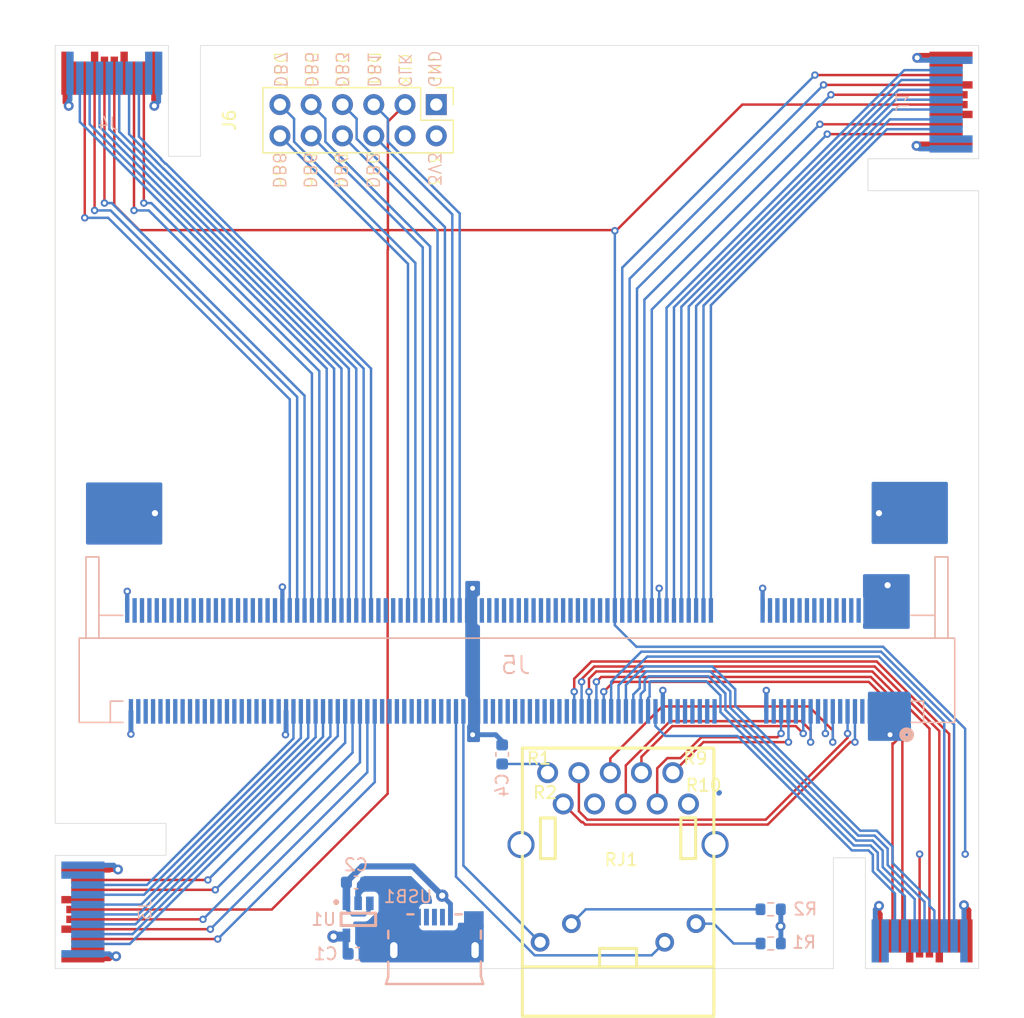
<source format=kicad_pcb>
(kicad_pcb (version 20241229) (generator "pcbnew") (generator_version "9.0")
  (layers (0 "F.Cu" signal) (4 "In1.Cu" signal) (6 "In2.Cu" signal) (2 "B.Cu" signal) (13 "F.Paste" user) (15 "B.Paste" user) (5 "F.SilkS" user "F.Silkscreen") (7 "B.SilkS" user "B.Silkscreen") (1 "F.Mask" user) (3 "B.Mask" user) (25 "Edge.Cuts" user))
  (net 0 "")
  (net 1 "GND")
  (net 2 "+3V3")
  (net 3 "+5V")
  (net 7 "Net-(RJ1-CT)")
  (net 122 "/ETH1_1P")
  (net 123 "/ETH1_1N")
  (net 124 "/ETH2_3P")
  (net 125 "/ETH1_2N")
  (net 126 "/ETH1_2P")
  (net 127 "/ETH2_1N")
  (net 128 "/ETH1_4N")
  (net 129 "/ETH2_2P")
  (net 130 "/ETH2_3N")
  (net 131 "/ETH1_3N")
  (net 132 "/ETH2_2N")
  (net 133 "/ETH2_1P")
  (net 134 "/ETH1_3P")
  (net 135 "/ETH2_4P")
  (net 136 "/ETH1_4P")
  (net 137 "/ETH2_4N")
  (net 138 "/M5")
  (net 139 "/M3")
  (net 140 "/M1")
  (net 141 "/M4")
  (net 142 "/M0")
  (net 143 "/M11")
  (net 144 "/M9")
  (net 145 "/CLK")
  (net 146 "/M10")
  (net 147 "/M7")
  (net 148 "/M6")
  (net 149 "/M8")
  (net 150 "/M2")
  (net 151 "/M19")
  (net 152 "/M13")
  (net 153 "/M14")
  (net 154 "/M20")
  (net 155 "/M18")
  (net 156 "/M15")
  (net 157 "/M23")
  (net 158 "/M16")
  (net 159 "/M22")
  (net 160 "/M21")
  (net 161 "/M12")
  (net 162 "/M17")
  (net 163 "/M35")
  (net 164 "/M25")
  (net 165 "/M34")
  (net 166 "/M24")
  (net 167 "/M27")
  (net 168 "/M29")
  (net 169 "/M32")
  (net 170 "/M30")
  (net 171 "/M26")
  (net 172 "/M28")
  (net 173 "/M31")
  (net 174 "/M33")
  (net 175 "/M45")
  (net 176 "/M43")
  (net 177 "/M46")
  (net 178 "/M39")
  (net 179 "/M44")
  (net 180 "/M41")
  (net 181 "/M36")
  (net 182 "/M38")
  (net 183 "/M47")
  (net 184 "/M40")
  (net 185 "/M37")
  (net 186 "/M42")
  (net 187 "/LED2")
  (net 188 "/LED1")
  (net 189 "Net-(RJ1-LED1+)")
  (net 190 "Net-(RJ1-LED2+)")
  (net 191 "/DBG3")
  (net 192 "/DBG4")
  (net 193 "/DBG1")
  (net 194 "/DBG2")
  (net 195 "/DBG7")
  (net 196 "/DBG5")
  (net 197 "/DBG8")
  (net 198 "/DBG6")
  (footprint "MountingHole:MountingHole_3.2mm_M3" (layer "F.Cu") (at 58.95 65.6)
    (property "Reference" "REF**" (hide yes))
    (property "Value" "MountingHole_3.2mm_M3")
  )
  (footprint "Connector_PinHeader_2.54mm:PinHeader_2x06_P2.54mm_Vertical" (layer "F.Cu") (at 30.95 4.8 -90)
    (property "Reference" "J6")
    (property "Value" "Test Points")
  )
  (footprint "Hub:Fingers_2x10" (layer "F.Cu") (at 75 0)
    (property "Reference" "J1")
    (property "Value" "Fingers")
  )
  (footprint "MountingHole:MountingHole_3.2mm_M3" (layer "F.Cu") (at 37.55 5)
    (property "Reference" "REF**" (hide yes))
    (property "Value" "MountingHole_3.2mm_M3")
  )
  (footprint "Hub:RJ45-TH_RB1-125B8G1A" (layer "F.Cu") (at 45.71 65.9725)
    (property "Reference" "RJ1")
    (property "Value" "RB1-125B8G1A")
  )
  (footprint "Hub:Fingers_2x10" (layer "F.Cu") (at 0 0 90)
    (property "Reference" "J4")
    (property "Value" "Fingers")
  )
  (footprint "Hub:Fingers_2x10" (layer "F.Cu") (at 75 75 -90)
    (property "Reference" "J2" (hide yes))
    (property "Value" "Fingers")
  )
  (footprint "Hub:Fingers_2x10" (layer "F.Cu") (at 0 75 180)
    (property "Reference" "J3")
    (property "Value" "Fingers")
  )
  (footprint "MountingHole:MountingHole_3.2mm_M3" (layer "F.Cu") (at 5 59.55)
    (property "Reference" "REF**" (hide yes))
    (property "Value" "MountingHole_3.2mm_M3")
  )
  (footprint "Capacitor_SMD:C_0603_1608Metric" (layer "B.Cu") (at 36.3 57.6 90)
    (property "Reference" "C4")
    (property "Value" "100n")
  )
  (footprint "Hub:MICRO-USB-SMD_10118193-0001LF" (layer "B.Cu") (at 30.8 72.16 180)
    (property "Reference" "USB1")
    (property "Value" "10118193-0001LF")
  )
  (footprint "Hub:TE_1473149-4" (layer "B.Cu") (at 37.5 50)
    (property "Reference" "J5")
    (property "Value" "1473149-4")
  )
  (footprint "Hub:SOT-25-5_L2.9-W1.6-P0.95-LS2.8-BL" (layer "B.Cu") (at 24.6 71)
    (property "Reference" "U1")
    (property "Value" "AP2112K-3.3TRG1")
  )
  (footprint "Capacitor_SMD:C_0603_1608Metric" (layer "B.Cu") (at 24.425 68 180)
    (property "Reference" "C2")
    (property "Value" "10u")
  )
  (footprint "Resistor_SMD:R_0603_1608Metric" (layer "B.Cu") (at 58.10381 70.184164 180)
    (property "Reference" "R2")
    (property "Value" "1K")
  )
  (footprint "Capacitor_SMD:C_0603_1608Metric" (layer "B.Cu") (at 24.565 73.8)
    (property "Reference" "C1")
    (property "Value" "10u")
  )
  (footprint "Resistor_SMD:R_0603_1608Metric" (layer "B.Cu") (at 58.108472 72.9625 180)
    (property "Reference" "R1")
    (property "Value" "1K")
  )
  (gr_line (start 66 9.2) (end 66 11.8) (stroke (width 0.05)) (layer "Edge.Cuts"))
  (gr_line (start 63.2 66) (end 63.2 75) (stroke (width 0.05)) (layer "Edge.Cuts"))
  (gr_line (start 11.8 0) (end 75 0) (stroke (width 0.05)) (layer "Edge.Cuts"))
  (gr_line (start 0 63.2) (end 0 0) (stroke (width 0.05)) (layer "Edge.Cuts"))
  (gr_line (start 75 9.2) (end 66 9.2) (stroke (width 0.05)) (layer "Edge.Cuts"))
  (gr_line (start 0 75) (end 0 65.8) (stroke (width 0.05)) (layer "Edge.Cuts"))
  (gr_line (start 11.8 9) (end 11.8 0) (stroke (width 0.05)) (layer "Edge.Cuts"))
  (gr_line (start 63.2 75) (end 0 75) (stroke (width 0.05)) (layer "Edge.Cuts"))
  (gr_line (start 75 0) (end 75 9.2) (stroke (width 0.05)) (layer "Edge.Cuts"))
  (gr_line (start 65.8 75) (end 65.8 66) (stroke (width 0.05)) (layer "Edge.Cuts"))
  (gr_line (start 75 11.8) (end 75 75) (stroke (width 0.05)) (layer "Edge.Cuts"))
  (gr_line (start 9.2 0) (end 9.2 9) (stroke (width 0.05)) (layer "Edge.Cuts"))
  (gr_line (start 9.2 9) (end 11.8 9) (stroke (width 0.05)) (layer "Edge.Cuts"))
  (gr_line (start 9 65.8) (end 9 63.2) (stroke (width 0.05)) (layer "Edge.Cuts"))
  (gr_line (start 9 63.2) (end 0 63.2) (stroke (width 0.05)) (layer "Edge.Cuts"))
  (gr_line (start 65.8 66) (end 63.2 66) (stroke (width 0.05)) (layer "Edge.Cuts"))
  (gr_line (start 0 65.8) (end 9 65.8) (stroke (width 0.05)) (layer "Edge.Cuts"))
  (gr_line (start 66 11.8) (end 75 11.8) (stroke (width 0.05)) (layer "Edge.Cuts"))
  (gr_line (start 75 75) (end 65.8 75) (stroke (width 0.05)) (layer "Edge.Cuts"))
  (gr_line (start 0 0) (end 9.2 0) (stroke (width 0.05)) (layer "Edge.Cuts"))
  (gr_text "DB1" (at 25.3 3.5 270) (layer "F.SilkS") (effects (font (size 1 1) (thickness 0.1)) (justify right bottom)))
  (gr_text "3V3" (at 30.2 8.6 270) (layer "F.SilkS") (effects (font (size 1 1) (thickness 0.1)) (justify left bottom)))
  (gr_text "DB3" (at 22.7 3.5 270) (layer "F.SilkS") (effects (font (size 1 1) (thickness 0.1)) (justify right bottom)))
  (gr_text "DB2" (at 25.2 8.6 270) (layer "F.SilkS") (effects (font (size 1 1) (thickness 0.1)) (justify left bottom)))
  (gr_text "DB5" (at 20.2 3.5 270) (layer "F.SilkS") (effects (font (size 1 1) (thickness 0.1)) (justify right bottom)))
  (gr_text "DB6" (at 20.1 8.6 270) (layer "F.SilkS") (effects (font (size 1 1) (thickness 0.1)) (justify left bottom)))
  (gr_text "DB8" (at 17.6 8.6 270) (layer "F.SilkS") (effects (font (size 1 1) (thickness 0.1)) (justify left bottom)))
  (gr_text "CLK" (at 27.8 3.5 270) (layer "F.SilkS") (effects (font (size 1 1) (thickness 0.1)) (justify right bottom)))
  (gr_text "DB4" (at 22.6 8.6 270) (layer "F.SilkS") (effects (font (size 1 1) (thickness 0.1)) (justify left bottom)))
  (gr_text "DB7\n" (at 17.7 3.5 270) (layer "F.SilkS") (effects (font (size 1 1) (thickness 0.1)) (justify right bottom)))
  (gr_text "GND" (at 30.2 3.5 270) (layer "F.SilkS") (effects (font (size 1 1) (thickness 0.1)) (justify right bottom)))
  (gr_text "DB5" (at 20.2 3.5 270) (layer "B.SilkS") (effects (font (size 1 1) (thickness 0.1)) (justify left bottom mirror)))
  (gr_text "DB1" (at 25.3 3.5 270) (layer "B.SilkS") (effects (font (size 1 1) (thickness 0.1)) (justify left bottom mirror)))
  (gr_text "DB8" (at 17.6 8.6 270) (layer "B.SilkS") (effects (font (size 1 1) (thickness 0.1)) (justify right bottom mirror)))
  (gr_text "DB2" (at 25.2 8.6 270) (layer "B.SilkS") (effects (font (size 1 1) (thickness 0.1)) (justify right bottom mirror)))
  (gr_text "DB4" (at 22.6 8.6 270) (layer "B.SilkS") (effects (font (size 1 1) (thickness 0.1)) (justify right bottom mirror)))
  (gr_text "3V3" (at 30.2 8.6 270) (layer "B.SilkS") (effects (font (size 1 1) (thickness 0.1)) (justify right bottom mirror)))
  (gr_text "DB3" (at 22.7 3.5 270) (layer "B.SilkS") (effects (font (size 1 1) (thickness 0.1)) (justify left bottom mirror)))
  (gr_text "DB7\n" (at 17.7 3.5 270) (layer "B.SilkS") (effects (font (size 1 1) (thickness 0.1)) (justify left bottom mirror)))
  (gr_text "CLK" (at 27.8 3.5 270) (layer "B.SilkS") (effects (font (size 1 1) (thickness 0.1)) (justify left bottom mirror)))
  (gr_text "DB6" (at 20.1 8.6 270) (layer "B.SilkS") (effects (font (size 1 1) (thickness 0.1)) (justify right bottom mirror)))
  (gr_text "GND" (at 30.2 3.5 270) (layer "B.SilkS") (effects (font (size 1 1) (thickness 0.1)) (justify left bottom mirror)))
  (segment (start 4.4 67) (end 2.25 67) (width 0.4) (layer "F.Cu") (net 1))
  (segment (start 8.05 4.45) (end 8 4.4) (width 0.4) (layer "F.Cu") (net 1))
  (segment (start 69.95 8.15) (end 70.1 8) (width 0.2) (layer "F.Cu") (net 1))
  (segment (start 67 70.575) (end 67 72.75) (width 0.4) (layer "F.Cu") (net 1))
  (segment (start 8 4.4) (end 8 2.25) (width 0.4) (layer "F.Cu") (net 1))
  (segment (start 70.1 8) (end 72.75 8) (width 0.4) (layer "F.Cu") (net 1))
  (segment (start 66.9 70.475) (end 67 70.575) (width 0.4) (layer "F.Cu") (net 1))
  (segment (start 4.45 66.95) (end 4.4 67) (width 0.4) (layer "F.Cu") (net 1))
  (segment (start 5.1 66.95) (end 4.45 66.95) (width 0.4) (layer "F.Cu") (net 1))
  (segment (start 66.9 69.9) (end 66.9 70.475) (width 0.4) (layer "F.Cu") (net 1))
  (segment (start 8.05 4.9) (end 8.05 4.45) (width 0.4) (layer "F.Cu") (net 1))
  (via (at 57.75 52.4) (size 0.6) (drill 0.3) (layers "F.Cu" "B.Cu") (net 1))
  (via (at 8.1 38) (size 1) (drill 0.5) (layers "F.Cu" "B.Cu") (net 1))
  (via (at 67.8 56) (size 0.8) (drill 0.4) (layers "F.Cu" "B.Cu") (net 1))
  (via (at 18.45 44) (size 0.6) (drill 0.3) (layers "F.Cu" "B.Cu") (net 1))
  (via (at 66.9 69.9) (size 0.8) (drill 0.4) (layers "F.Cu" "B.Cu") (net 1))
  (via (at 33.9 56) (size 0.8) (drill 0.4) (layers "F.Cu" "B.Cu") (net 1))
  (via (at 49.05 44.1) (size 0.6) (drill 0.3) (layers "F.Cu" "B.Cu") (net 1))
  (via (at 49.35 52.4) (size 0.6) (drill 0.3) (layers "F.Cu" "B.Cu") (net 1))
  (via (at 5.1 66.95) (size 0.8) (drill 0.4) (layers "F.Cu" "B.Cu") (net 1))
  (via (at 6.15 55.95) (size 0.6) (drill 0.3) (layers "F.Cu" "B.Cu") (net 1))
  (via (at 5.85 44.35) (size 0.6) (drill 0.3) (layers "F.Cu" "B.Cu") (net 1))
  (via (at 69.95 8.15) (size 0.8) (drill 0.4) (layers "F.Cu" "B.Cu") (net 1))
  (via (at 57.45 44.1) (size 0.6) (drill 0.3) (layers "F.Cu" "B.Cu") (net 1))
  (via (at 33.9 44.1) (size 0.8) (drill 0.4) (layers "F.Cu" "B.Cu") (net 1))
  (via (at 66.9 38) (size 1) (drill 0.5) (layers "F.Cu" "B.Cu") (net 1))
  (via (at 8.05 4.9) (size 0.8) (drill 0.4) (layers "F.Cu" "B.Cu") (net 1))
  (via (at 18.7 56) (size 0.6) (drill 0.3) (layers "F.Cu" "B.Cu") (net 1))
  (segment (start 36.3 56.525) (end 35.775 56) (width 0.4) (layer "B.Cu") (net 1))
  (segment (start 18.75 55.95) (end 18.7 56) (width 0.4) (layer "B.Cu") (net 1))
  (segment (start 70.2 8.4) (end 69.95 8.15) (width 0.2) (layer "B.Cu") (net 1))
  (segment (start 2.25 66.6) (end 4.75 66.6) (width 0.4) (layer "B.Cu") (net 1))
  (segment (start 18.75 54.1) (end 18.75 55.95) (width 0.4) (layer "B.Cu") (net 1))
  (segment (start 72.75 8.4) (end 70.2 8.4) (width 0.4) (layer "B.Cu") (net 1))
  (segment (start 8.4 4.55) (end 8.05 4.9) (width 0.4) (layer "B.Cu") (net 1))
  (segment (start 18.45 43.9) (end 18.45 45.9) (width 0.35) (layer "B.Cu") (net 1))
  (segment (start 6.15 54.1) (end 6.15 55.95) (width 0.4) (layer "B.Cu") (net 1))
  (segment (start 53.9 60.75) (end 53.95 60.7) (width 0.4) (layer "B.Cu") (net 1))
  (segment (start 8.4 2.25) (end 8.4 4.55) (width 0.4) (layer "B.Cu") (net 1))
  (segment (start 66.6 70.2) (end 66.9 69.9) (width 0.4) (layer "B.Cu") (net 1))
  (segment (start 57.45 44.15) (end 57.4 44.1) (width 0.4) (layer "B.Cu") (net 1))
  (segment (start 49.05 45.9) (end 49.05 44.1) (width 0.2) (layer "B.Cu") (net 1))
  (segment (start 33.9 56) (end 35.775 56) (width 0.4) (layer "B.Cu") (net 1))
  (segment (start 66.6 72.75) (end 66.6 70.2) (width 0.4) (layer "B.Cu") (net 1))
  (segment (start 49.35 52.4) (end 49.35 54.1) (width 0.35) (layer "B.Cu") (net 1))
  (segment (start 5.85 45.9) (end 5.85 44.35) (width 0.35) (layer "B.Cu") (net 1))
  (segment (start 4.75 66.6) (end 5.1 66.95) (width 0.4) (layer "B.Cu") (net 1))
  (segment (start 36.3 56.825) (end 36.3 56.525) (width 0.4) (layer "B.Cu") (net 1))
  (segment (start 57.45 45.9) (end 57.45 44.15) (width 0.35) (layer "B.Cu") (net 1))
  (segment (start 57.75 52.4) (end 57.75 54.1) (width 0.35) (layer "B.Cu") (net 1))
  (segment (start 74.2 72.75) (end 74.2 70.25) (width 0.4) (layer "F.Cu") (net 2))
  (segment (start 0.8 2.25) (end 0.8 4.6) (width 0.4) (layer "F.Cu") (net 2))
  (segment (start 70.2 0.8) (end 72.75 0.8) (width 0.4) (layer "F.Cu") (net 2))
  (segment (start 70 1) (end 70.2 0.8) (width 0.2) (layer "F.Cu") (net 2))
  (segment (start 4.6 74) (end 4.4 74.2) (width 0.4) (layer "F.Cu") (net 2))
  (segment (start 0.8 4.6) (end 1.1 4.9) (width 0.4) (layer "F.Cu") (net 2))
  (segment (start 4.95 74) (end 4.6 74) (width 0.4) (layer "F.Cu") (net 2))
  (segment (start 74.2 70.25) (end 73.8 69.85) (width 0.4) (layer "F.Cu") (net 2))
  (segment (start 4.4 74.2) (end 2.25 74.2) (width 0.4) (layer "F.Cu") (net 2))
  (via (at 70 1) (size 0.8) (drill 0.4) (layers "F.Cu" "B.Cu") (net 2))
  (via (at 22.6 72.4) (size 1) (drill 0.5) (layers "F.Cu" "B.Cu") (net 2))
  (via (at 1.1 4.9) (size 0.8) (drill 0.4) (layers "F.Cu" "B.Cu") (net 2))
  (via (at 4.95 74) (size 0.8) (drill 0.4) (layers "F.Cu" "B.Cu") (net 2))
  (via (at 73.8 69.85) (size 0.8) (drill 0.4) (layers "F.Cu" "B.Cu") (net 2))
  (via (at 58.908472 71.5625) (size 0.8) (drill 0.4) (layers "F.Cu" "B.Cu") (net 2))
  (segment (start 4.4 73.8) (end 2.25 73.8) (width 0.4) (layer "B.Cu") (net 2))
  (segment (start 4.95 74) (end 4.6 74) (width 0.4) (layer "B.Cu") (net 2))
  (segment (start 22.7 72.3) (end 22.6 72.4) (width 0.5) (layer "B.Cu") (net 2))
  (segment (start 1.1 4.5) (end 1.2 4.4) (width 0.4) (layer "B.Cu") (net 2))
  (segment (start 4.6 74) (end 4.4 73.8) (width 0.4) (layer "B.Cu") (net 2))
  (segment (start 58.92881 70.184164) (end 58.92881 71.542162) (width 0.4) (layer "B.Cu") (net 2))
  (segment (start 23.475 72.4) (end 22.525 72.4) (width 0.8) (layer "B.Cu") (net 2))
  (segment (start 1.2 4.4) (end 1.2 2.25) (width 0.4) (layer "B.Cu") (net 2))
  (segment (start 73.8 69.85) (end 73.8 72.75) (width 0.4) (layer "B.Cu") (net 2))
  (segment (start 58.92881 71.542162) (end 58.908472 71.5625) (width 0.4) (layer "B.Cu") (net 2))
  (segment (start 58.933472 71.5875) (end 58.908472 71.5625) (width 0.4) (layer "B.Cu") (net 2))
  (segment (start 70.2 1.2) (end 72.75 1.2) (width 0.4) (layer "B.Cu") (net 2))
  (segment (start 70 1) (end 70.2 1.2) (width 0.2) (layer "B.Cu") (net 2))
  (segment (start 23.59 72.3) (end 23.59 73.625) (width 0.5) (layer "B.Cu") (net 2))
  (segment (start 1.1 4.9) (end 1.1 4.5) (width 0.4) (layer "B.Cu") (net 2))
  (segment (start 58.933472 72.9625) (end 58.933472 71.5875) (width 0.4) (layer "B.Cu") (net 2))
  (via (at 31.4275 69.0725) (size 1) (drill 0.5) (layers "F.Cu" "B.Cu") (net 3))
  (via (at 67.6 43.85) (size 1) (drill 0.5) (layers "F.Cu" "B.Cu") (net 3))
  (segment (start 25.55 69.7) (end 25.55 70.212) (width 0.2) (layer "B.Cu") (net 3))
  (segment (start 25.112 70.65) (end 24.148 70.65) (width 0.25) (layer "B.Cu") (net 3))
  (segment (start 23.65 68.25) (end 23.4 68) (width 0.2) (layer "B.Cu") (net 3))
  (segment (start 29.055 66.7) (end 24.925 66.7) (width 0.5) (layer "B.Cu") (net 3))
  (segment (start 32.1 69.745) (end 32.1 70.82) (width 0.4) (layer "B.Cu") (net 3))
  (segment (start 23.65 70.152) (end 23.65 69.7) (width 0.2) (layer "B.Cu") (net 3))
  (segment (start 24.148 70.65) (end 23.65 70.152) (width 0.25) (layer "B.Cu") (net 3))
  (segment (start 24.925 66.7) (end 23.625 68) (width 0.5) (layer "B.Cu") (net 3))
  (segment (start 31.4275 69.0725) (end 32.1 69.745) (width 0.4) (layer "B.Cu") (net 3))
  (segment (start 23.65 69.7) (end 23.65 68.25) (width 0.62) (layer "B.Cu") (net 3))
  (segment (start 25.55 70.212) (end 25.112 70.65) (width 0.25) (layer "B.Cu") (net 3))
  (segment (start 31.4275 69.0725) (end 29.055 66.7) (width 0.5) (layer "B.Cu") (net 3))
  (segment (start 39.2825 58.375) (end 39.99 59.0825) (width 0.2) (layer "B.Cu") (net 7))
  (segment (start 36.3 58.375) (end 39.2825 58.375) (width 0.2) (layer "B.Cu") (net 7))
  (segment (start 64.95 56.6) (end 64.567043 56.6) (width 0.2) (layer "F.Cu") (net 122))
  (segment (start 42.84464 63.1) (end 42.7375 63.1) (width 0.2) (layer "F.Cu") (net 122))
  (segment (start 64.567043 56.6) (end 57.866043 63.301) (width 0.2) (layer "F.Cu") (net 122))
  (segment (start 43.04564 63.301) (end 42.84464 63.1) (width 0.2) (layer "F.Cu") (net 122))
  (segment (start 57.866043 63.301) (end 43.04564 63.301) (width 0.2) (layer "F.Cu") (net 122))
  (segment (start 42.7375 63.1) (end 41.26 61.6225) (width 0.2) (layer "F.Cu") (net 122))
  (via (at 64.95 56.6) (size 0.6) (drill 0.3) (layers "F.Cu" "B.Cu") (net 122))
  (segment (start 64.95 56.6) (end 64.95 54.1) (width 0.2) (layer "B.Cu") (net 122))
  (segment (start 57.699943 62.9) (end 43.21174 62.9) (width 0.2) (layer "F.Cu") (net 123))
  (segment (start 64.35 55.9) (end 64.35 56.249943) (width 0.2) (layer "F.Cu") (net 123))
  (segment (start 64.35 56.249943) (end 57.699943 62.9) (width 0.2) (layer "F.Cu") (net 123))
  (segment (start 43.21174 62.9) (end 42.53 62.21826) (width 0.2) (layer "F.Cu") (net 123))
  (segment (start 42.53 62.21826) (end 42.53 59.0825) (width 0.2) (layer "F.Cu") (net 123))
  (via (at 64.35 55.9) (size 0.6) (drill 0.3) (layers "F.Cu" "B.Cu") (net 123))
  (segment (start 64.35 55.9) (end 64.35 54.1) (width 0.2) (layer "B.Cu") (net 123))
  (segment (start 45.08 57.92) (end 45.08 59.0825) (width 0.2) (layer "F.Cu") (net 125))
  (segment (start 49.3 53.7) (end 45.08 57.92) (width 0.2) (layer "F.Cu") (net 125))
  (segment (start 63.15 55.650057) (end 61.199943 53.7) (width 0.2) (layer "F.Cu") (net 125))
  (segment (start 63.15 56.6) (end 63.15 55.650057) (width 0.2) (layer "F.Cu") (net 125))
  (segment (start 61.199943 53.7) (end 49.3 53.7) (width 0.2) (layer "F.Cu") (net 125))
  (via (at 63.15 56.6) (size 0.6) (drill 0.3) (layers "F.Cu" "B.Cu") (net 125))
  (segment (start 63.15 56.6) (end 63.15 54.1) (width 0.2) (layer "B.Cu") (net 125))
  (via (at 62.55 55.9) (size 0.6) (drill 0.3) (layers "F.Cu" "B.Cu") (net 126))
  (segment (start 62.55 55.9) (end 62.55 54.1) (width 0.2) (layer "B.Cu") (net 126))
  (segment (start 52.6425 56.6) (end 50.16 59.0825) (width 0.2) (layer "F.Cu") (net 128))
  (segment (start 59.55 56.6) (end 52.6425 56.6) (width 0.2) (layer "F.Cu") (net 128))
  (via (at 59.55 56.6) (size 0.6) (drill 0.3) (layers "F.Cu" "B.Cu") (net 128))
  (segment (start 59.55 56.6) (end 59.55 54.1) (width 0.2) (layer "B.Cu") (net 128))
  (segment (start 47.61 57.79384) (end 47.61 59.0825) (width 0.2) (layer "F.Cu") (net 131))
  (segment (start 60.75 55.9) (end 60.15 55.3) (width 0.2) (layer "F.Cu") (net 131))
  (segment (start 60.15 55.3) (end 50.10384 55.3) (width 0.2) (layer "F.Cu") (net 131))
  (segment (start 50.10384 55.3) (end 47.61 57.79384) (width 0.2) (layer "F.Cu") (net 131))
  (via (at 60.75 55.9) (size 0.6) (drill 0.3) (layers "F.Cu" "B.Cu") (net 131))
  (segment (start 60.75 55.9) (end 60.75 54.1) (width 0.2) (layer "B.Cu") (net 131))
  (segment (start 46.34 58.49674) (end 46.34 61.6225) (width 0.2) (layer "F.Cu") (net 134))
  (segment (start 61.35 55.650057) (end 60.598943 54.899) (width 0.2) (layer "F.Cu") (net 134))
  (segment (start 61.35 56.6) (end 61.35 55.650057) (width 0.2) (layer "F.Cu") (net 134))
  (segment (start 60.598943 54.899) (end 49.93774 54.899) (width 0.2) (layer "F.Cu") (net 134))
  (segment (start 49.93774 54.899) (end 46.34 58.49674) (width 0.2) (layer "F.Cu") (net 134))
  (via (at 61.35 56.6) (size 0.6) (drill 0.3) (layers "F.Cu" "B.Cu") (net 134))
  (segment (start 61.35 56.6) (end 61.35 54.1) (width 0.2) (layer "B.Cu") (net 134))
  (segment (start 52.4764 56.199) (end 50.7754 57.9) (width 0.2) (layer "F.Cu") (net 136))
  (segment (start 58.95 55.9) (end 58.651 56.199) (width 0.2) (layer "F.Cu") (net 136))
  (segment (start 50.7754 57.9) (end 49.71474 57.9) (width 0.2) (layer "F.Cu") (net 136))
  (segment (start 48.89 58.72474) (end 48.89 61.6225) (width 0.2) (layer "F.Cu") (net 136))
  (segment (start 58.651 56.199) (end 52.4764 56.199) (width 0.2) (layer "F.Cu") (net 136))
  (segment (start 49.71474 57.9) (end 48.89 58.72474) (width 0.2) (layer "F.Cu") (net 136))
  (via (at 58.95 55.9) (size 0.6) (drill 0.3) (layers "F.Cu" "B.Cu") (net 136))
  (segment (start 58.95 55.9) (end 58.95 54.1) (width 0.2) (layer "B.Cu") (net 136))
  (segment (start 72.35 2.8) (end 68.721633 2.8) (width 0.2) (layer "B.Cu") (net 138))
  (segment (start 50.25 21.271633) (end 50.25 45.9) (width 0.2) (layer "B.Cu") (net 138))
  (segment (start 68.721633 2.8) (end 50.25 21.271633) (width 0.2) (layer "B.Cu") (net 138))
  (segment (start 68.253003 4.4) (end 51.45 21.203003) (width 0.2) (layer "B.Cu") (net 139))
  (segment (start 51.45 21.203003) (end 51.45 45.9) (width 0.2) (layer "B.Cu") (net 139))
  (segment (start 72.35 4.4) (end 68.253003 4.4) (width 0.2) (layer "B.Cu") (net 139))
  (segment (start 67.784373 6) (end 52.65 21.134373) (width 0.2) (layer "B.Cu") (net 140))
  (segment (start 72.35 6) (end 67.784373 6) (width 0.2) (layer "B.Cu") (net 140))
  (segment (start 52.65 21.134373) (end 52.65 45.9) (width 0.2) (layer "B.Cu") (net 140))
  (segment (start 72.35 3.6) (end 68.487319 3.6) (width 0.2) (layer "B.Cu") (net 141))
  (segment (start 68.487319 3.6) (end 50.85 21.237319) (width 0.2) (layer "B.Cu") (net 141))
  (segment (start 50.85 21.237319) (end 50.85 45.9) (width 0.2) (layer "B.Cu") (net 141))
  (segment (start 53.25 21.100059) (end 53.25 45.9) (width 0.2) (layer "B.Cu") (net 142))
  (segment (start 67.550059 6.8) (end 53.25 21.100059) (width 0.2) (layer "B.Cu") (net 142))
  (segment (start 72.35 6.8) (end 67.550059 6.8) (width 0.2) (layer "B.Cu") (net 142))
  (segment (start 61.7 2.4) (end 72.35 2.4) (width 0.2) (layer "F.Cu") (net 143))
  (via (at 61.7 2.4) (size 0.6) (drill 0.3) (layers "F.Cu" "B.Cu") (net 143))
  (segment (start 46.05 18.05) (end 61.7 2.4) (width 0.2) (layer "B.Cu") (net 143))
  (segment (start 46.05 45.9) (end 46.05 18.05) (width 0.2) (layer "B.Cu") (net 143))
  (segment (start 63 4) (end 72.55 4) (width 0.2) (layer "F.Cu") (net 144))
  (via (at 63 4) (size 0.6) (drill 0.3) (layers "F.Cu" "B.Cu") (net 144))
  (segment (start 47.25 45.9) (end 47.25 19.75) (width 0.2) (layer "B.Cu") (net 144))
  (segment (start 47.25 19.75) (end 63 4) (width 0.2) (layer "B.Cu") (net 144))
  (segment (start 6.830818 15) (end 45.3 15) (width 0.2) (layer "F.Cu") (net 145))
  (segment (start 70.2 72.55) (end 70.2 65.7) (width 0.2) (layer "F.Cu") (net 145))
  (segment (start 27 60.791488) (end 27 16.6) (width 0.2) (layer "F.Cu") (net 145))
  (segment (start 27.021 16.579) (end 27.021 6.189) (width 0.2) (layer "F.Cu") (net 145))
  (segment (start 27.021 6.189) (end 28.41 4.8) (width 0.2) (layer "F.Cu") (net 145))
  (segment (start 27 16.6) (end 27.021 16.579) (width 0.2) (layer "F.Cu") (net 145))
  (segment (start 45.45 15.15) (end 55.8 4.8) (width 0.2) (layer "F.Cu") (net 145))
  (segment (start 17.591488 70.2) (end 27 60.791488) (width 0.2) (layer "F.Cu") (net 145))
  (segment (start 2.325 70.2) (end 17.591488 70.2) (width 0.2) (layer "F.Cu") (net 145))
  (segment (start 45.3 15) (end 45.45 15.15) (width 0.2) (layer "F.Cu") (net 145))
  (segment (start 72.55 4.8) (end 55.8 4.8) (width 0.2) (layer "F.Cu") (net 145))
  (segment (start 4.8 2.45) (end 4.8 12.969183) (width 0.2) (layer "F.Cu") (net 145))
  (segment (start 4.8 12.969183) (end 6.830818 15) (width 0.2) (layer "F.Cu") (net 145))
  (via (at 45.45 15.05) (size 0.6) (drill 0.3) (layers "F.Cu" "B.Cu") (net 145))
  (via (at 73.9 65.7) (size 0.6) (drill 0.3) (layers "F.Cu" "B.Cu") (net 145))
  (via (at 70.2 65.7) (size 0.6) (drill 0.3) (layers "F.Cu" "B.Cu") (net 145))
  (segment (start 67.2342 48.85) (end 73.9 55.5158) (width 0.2) (layer "B.Cu") (net 145))
  (segment (start 45.45 45.9) (end 45.45 47.1) (width 0.2) (layer "B.Cu") (net 145))
  (segment (start 45.45 47.1) (end 47.2 48.85) (width 0.2) (layer "B.Cu") (net 145))
  (segment (start 73.9 55.5158) (end 73.9 65.7) (width 0.2) (layer "B.Cu") (net 145))
  (segment (start 45.45 45.9) (end 45.45 15.15) (width 0.2) (layer "B.Cu") (net 145))
  (segment (start 47.2 48.85) (end 67.2342 48.85) (width 0.2) (layer "B.Cu") (net 145))
  (segment (start 62.4 3.2) (end 72.75 3.2) (width 0.2) (layer "F.Cu") (net 146))
  (via (at 62.4 3.2) (size 0.6) (drill 0.3) (layers "F.Cu" "B.Cu") (net 146))
  (segment (start 46.65 18.95) (end 62.4 3.2) (width 0.2) (layer "B.Cu") (net 146))
  (segment (start 46.65 45.9) (end 46.65 18.95) (width 0.2) (layer "B.Cu") (net 146))
  (segment (start 62.7 7.2) (end 72.35 7.2) (width 0.2) (layer "F.Cu") (net 147))
  (via (at 62.7 7.2) (size 0.6) (drill 0.3) (layers "F.Cu" "B.Cu") (net 147))
  (segment (start 48.45 21.45) (end 62.7 7.2) (width 0.2) (layer "B.Cu") (net 147))
  (segment (start 48.45 45.9) (end 48.45 21.45) (width 0.2) (layer "B.Cu") (net 147))
  (segment (start 49.65 21.305948) (end 49.65 45.9) (width 0.2) (layer "B.Cu") (net 148))
  (segment (start 72.35 2) (end 68.955948 2) (width 0.2) (layer "B.Cu") (net 148))
  (segment (start 68.955948 2) (end 49.65 21.305948) (width 0.2) (layer "B.Cu") (net 148))
  (segment (start 72.35 6.4) (end 62.1 6.4) (width 0.2) (layer "F.Cu") (net 149))
  (via (at 62.1 6.4) (size 0.6) (drill 0.3) (layers "F.Cu" "B.Cu") (net 149))
  (segment (start 47.85 45.9) (end 47.85 20.65) (width 0.2) (layer "B.Cu") (net 149))
  (segment (start 47.85 20.65) (end 62.1 6.4) (width 0.2) (layer "B.Cu") (net 149))
  (segment (start 72.35 5.2) (end 68.018688 5.2) (width 0.2) (layer "B.Cu") (net 150))
  (segment (start 52.05 21.168688) (end 52.05 45.9) (width 0.2) (layer "B.Cu") (net 150))
  (segment (start 68.018688 5.2) (end 52.05 21.168688) (width 0.2) (layer "B.Cu") (net 150))
  (segment (start 68 53.6342) (end 66.0698 51.704) (width 0.2) (layer "F.Cu") (net 151))
  (segment (start 45.346 51.704) (end 44.55 52.5) (width 0.2) (layer "F.Cu") (net 151))
  (segment (start 68.501 56.290364) (end 68.501 55.709636) (width 0.2) (layer "F.Cu") (net 151))
  (segment (start 67.8 72.35) (end 67.999 72.151) (width 0.2) (layer "F.Cu") (net 151))
  (segment (start 68 55.299) (end 68 53.6342) (width 0.2) (layer "F.Cu") (net 151))
  (segment (start 67.999 72.151) (end 67.999 56.701) (width 0.2) (layer "F.Cu") (net 151))
  (segment (start 68.090364 56.701) (end 68.501 56.290364) (width 0.2) (layer "F.Cu") (net 151))
  (segment (start 68.090364 55.299) (end 68 55.299) (width 0.2) (layer "F.Cu") (net 151))
  (segment (start 67.999 56.701) (end 68.090364 56.701) (width 0.2) (layer "F.Cu") (net 151))
  (segment (start 68.501 55.709636) (end 68.090364 55.299) (width 0.2) (layer "F.Cu") (net 151))
  (segment (start 66.0698 51.704) (end 45.346 51.704) (width 0.2) (layer "F.Cu") (net 151))
  (via (at 44.55 52.5) (size 0.6) (drill 0.3) (layers "F.Cu" "B.Cu") (net 151))
  (segment (start 44.55 54.1) (end 44.55 52.45) (width 0.2) (layer "B.Cu") (net 151))
  (segment (start 48.3483 51.653) (end 48.274 51.7273) (width 0.2) (layer "B.Cu") (net 152))
  (segment (start 64.8651 64.998) (end 54.026 54.1589) (width 0.2) (layer "B.Cu") (net 152))
  (segment (start 68.6168 68.7339) (end 68.601 68.7339) (width 0.2) (layer "B.Cu") (net 152))
  (segment (start 69 69.1171) (end 68.6168 68.7339) (width 0.2) (layer "B.Cu") (net 152))
  (segment (start 66.215042 64.998) (end 64.8651 64.998) (width 0.2) (layer "B.Cu") (net 152))
  (segment (start 66.802 65.584958) (end 66.215042 64.998) (width 0.2) (layer "B.Cu") (net 152))
  (segment (start 52.870042 51.653) (end 48.3483 51.653) (width 0.2) (layer "B.Cu") (net 152))
  (segment (start 68.601 68.7339) (end 66.802 66.9349) (width 0.2) (layer "B.Cu") (net 152))
  (segment (start 54.026 52.808958) (end 52.870042 51.653) (width 0.2) (layer "B.Cu") (net 152))
  (segment (start 69 72.35) (end 69 69.1171) (width 0.2) (layer "B.Cu") (net 152))
  (segment (start 66.802 66.9349) (end 66.802 65.584958) (width 0.2) (layer "B.Cu") (net 152))
  (segment (start 48.15 53.026) (end 48.15 54.1) (width 0.2) (layer "B.Cu") (net 152))
  (segment (start 48.274 52.902) (end 48.15 53.026) (width 0.2) (layer "B.Cu") (net 152))
  (segment (start 54.026 54.1589) (end 54.026 52.808958) (width 0.2) (layer "B.Cu") (net 152))
  (segment (start 48.274 51.7273) (end 48.274 52.902) (width 0.2) (layer "B.Cu") (net 152))
  (segment (start 66.381142 64.597) (end 65.047 64.597) (width 0.2) (layer "B.Cu") (net 153))
  (segment (start 65.047 64.597) (end 54.427 53.977) (width 0.2) (layer "B.Cu") (net 153))
  (segment (start 48.1822 51.252) (end 47.873 51.5612) (width 0.2) (layer "B.Cu") (net 153))
  (segment (start 47.55 52.7) (end 47.55 54.1) (width 0.2) (layer "B.Cu") (net 153))
  (segment (start 69.8 69.35) (end 67.203 66.753) (width 0.2) (layer "B.Cu") (net 153))
  (segment (start 53.036142 51.252) (end 48.1822 51.252) (width 0.2) (layer "B.Cu") (net 153))
  (segment (start 67.203 65.418858) (end 66.381142 64.597) (width 0.2) (layer "B.Cu") (net 153))
  (segment (start 54.427 52.642858) (end 53.036142 51.252) (width 0.2) (layer "B.Cu") (net 153))
  (segment (start 69.8 72.35) (end 69.8 69.35) (width 0.2) (layer "B.Cu") (net 153))
  (segment (start 47.873 51.5612) (end 47.873 52.377) (width 0.2) (layer "B.Cu") (net 153))
  (segment (start 67.203 66.753) (end 67.203 65.418858) (width 0.2) (layer "B.Cu") (net 153))
  (segment (start 47.873 52.377) (end 47.55 52.7) (width 0.2) (layer "B.Cu") (net 153))
  (segment (start 54.427 53.977) (end 54.427 52.642858) (width 0.2) (layer "B.Cu") (net 153))
  (segment (start 66.2359 51.303) (end 44.347 51.303) (width 0.2) (layer "F.Cu") (net 154))
  (segment (start 44.347 51.303) (end 43.95 51.7) (width 0.2) (layer "F.Cu") (net 154))
  (segment (start 68.799 56.559464) (end 68.902 56.456464) (width 0.2) (layer "F.Cu") (net 154))
  (segment (start 68.799 72.151) (end 68.799 56.559464) (width 0.2) (layer "F.Cu") (net 154))
  (segment (start 68.799 55.440536) (end 68.799 53.8661) (width 0.2) (layer "F.Cu") (net 154))
  (segment (start 68.799 53.8661) (end 66.2359 51.303) (width 0.2) (layer "F.Cu") (net 154))
  (segment (start 68.6 72.35) (end 68.799 72.151) (width 0.2) (layer "F.Cu") (net 154))
  (segment (start 68.902 55.543536) (end 68.799 55.440536) (width 0.2) (layer "F.Cu") (net 154))
  (segment (start 68.902 56.456464) (end 68.902 55.543536) (width 0.2) (layer "F.Cu") (net 154))
  (via (at 43.95 51.7) (size 0.6) (drill 0.3) (layers "F.Cu" "B.Cu") (net 154))
  (segment (start 43.95 54.1) (end 43.95 51.65) (width 0.2) (layer "B.Cu") (net 154))
  (segment (start 73 55.1829) (end 67.0681 49.251) (width 0.2) (layer "B.Cu") (net 155))
  (segment (start 67.0681 49.251) (end 47.599 49.251) (width 0.2) (layer "B.Cu") (net 155))
  (segment (start 73 72.35) (end 73 55.1829) (width 0.2) (layer "B.Cu") (net 155))
  (segment (start 47.599 49.251) (end 45.15 51.7) (width 0.2) (layer "B.Cu") (net 155))
  (segment (start 45.15 51.7) (end 45.15 54.1) (width 0.2) (layer "B.Cu") (net 155))
  (segment (start 70.6 69.5829) (end 67.604 66.5869) (width 0.2) (layer "B.Cu") (net 156))
  (segment (start 66.547242 64.196) (end 65.2131 64.196) (width 0.2) (layer "B.Cu") (net 156))
  (segment (start 54.828 52.476758) (end 53.202242 50.851) (width 0.2) (layer "B.Cu") (net 156))
  (segment (start 70.6 72.35) (end 70.6 69.5829) (width 0.2) (layer "B.Cu") (net 156))
  (segment (start 54.828 53.8109) (end 54.828 52.476758) (width 0.2) (layer "B.Cu") (net 156))
  (segment (start 67.604 65.252758) (end 66.547242 64.196) (width 0.2) (layer "B.Cu") (net 156))
  (segment (start 67.604 66.5869) (end 67.604 65.252758) (width 0.2) (layer "B.Cu") (net 156))
  (segment (start 47.472 51.3951) (end 47.472 52.2109) (width 0.2) (layer "B.Cu") (net 156))
  (segment (start 65.2131 64.196) (end 54.828 53.8109) (width 0.2) (layer "B.Cu") (net 156))
  (segment (start 53.202242 50.851) (end 48.0161 50.851) (width 0.2) (layer "B.Cu") (net 156))
  (segment (start 48.0161 50.851) (end 47.472 51.3951) (width 0.2) (layer "B.Cu") (net 156))
  (segment (start 47.472 52.2109) (end 46.95 52.7329) (width 0.2) (layer "B.Cu") (net 156))
  (segment (start 46.95 52.7329) (end 46.95 54.1) (width 0.2) (layer "B.Cu") (net 156))
  (segment (start 43.550057 50.05) (end 42.15 51.450057) (width 0.2) (layer "F.Cu") (net 157))
  (segment (start 66.717156 50.05) (end 43.550057 50.05) (width 0.2) (layer "F.Cu") (net 157))
  (segment (start 42.15 51.450057) (end 42.15 52.5) (width 0.2) (layer "F.Cu") (net 157))
  (segment (start 72.6 72.35) (end 72.6 55.932844) (width 0.2) (layer "F.Cu") (net 157))
  (segment (start 72.6 55.932844) (end 66.717156 50.05) (width 0.2) (layer "F.Cu") (net 157))
  (via (at 42.15 52.5) (size 0.6) (drill 0.3) (layers "F.Cu" "B.Cu") (net 157))
  (segment (start 42.15 54.1) (end 42.15 52.55) (width 0.2) (layer "B.Cu") (net 157))
  (segment (start 66.713342 63.795) (end 65.3792 63.795) (width 0.2) (layer "B.Cu") (net 158))
  (segment (start 68.005 66.4208) (end 68.005 65.086658) (width 0.2) (layer "B.Cu") (net 158))
  (segment (start 53.368342 50.45) (end 47.85 50.45) (width 0.2) (layer "B.Cu") (net 158))
  (segment (start 71.001 69.4168) (end 68.005 66.4208) (width 0.2) (layer "B.Cu") (net 158))
  (segment (start 71.4 70.3) (end 71.001 69.901) (width 0.2) (layer "B.Cu") (net 158))
  (segment (start 47.85 50.45) (end 46.35 51.95) (width 0.2) (layer "B.Cu") (net 158))
  (segment (start 71.001 69.901) (end 71.001 69.4168) (width 0.2) (layer "B.Cu") (net 158))
  (segment (start 65.3792 63.795) (end 55.229 53.6448) (width 0.2) (layer "B.Cu") (net 158))
  (segment (start 68.005 65.086658) (end 66.713342 63.795) (width 0.2) (layer "B.Cu") (net 158))
  (segment (start 55.229 53.6448) (end 55.229 52.310658) (width 0.2) (layer "B.Cu") (net 158))
  (segment (start 46.35 51.95) (end 46.35 54.1) (width 0.2) (layer "B.Cu") (net 158))
  (segment (start 71.4 72.35) (end 71.4 70.3) (width 0.2) (layer "B.Cu") (net 158))
  (segment (start 55.229 52.310658) (end 53.368342 50.45) (width 0.2) (layer "B.Cu") (net 158))
  (segment (start 43.77485 50.458107) (end 42.75 51.482957) (width 0.2) (layer "F.Cu") (net 159))
  (segment (start 66.558163 50.458107) (end 43.77485 50.458107) (width 0.2) (layer "F.Cu") (net 159))
  (segment (start 71.8 55.699944) (end 66.558163 50.458107) (width 0.2) (layer "F.Cu") (net 159))
  (segment (start 42.75 51.482957) (end 42.75 51.7) (width 0.2) (layer "F.Cu") (net 159))
  (segment (start 71.8 72.75) (end 71.8 55.699944) (width 0.2) (layer "F.Cu") (net 159))
  (via (at 42.75 51.7) (size 0.6) (drill 0.3) (layers "F.Cu" "B.Cu") (net 159))
  (segment (start 42.75 54.1) (end 42.75 51.75) (width 0.2) (layer "B.Cu") (net 159))
  (segment (start 42.75 51.75) (end 42.8 51.7) (width 0.2) (layer "B.Cu") (net 159))
  (segment (start 43.94095 50.859107) (end 43.35 51.450057) (width 0.2) (layer "F.Cu") (net 160))
  (segment (start 71 55.5) (end 66.359107 50.859107) (width 0.2) (layer "F.Cu") (net 160))
  (segment (start 43.35 51.450057) (end 43.35 52.5) (width 0.2) (layer "F.Cu") (net 160))
  (segment (start 66.359107 50.859107) (end 43.94095 50.859107) (width 0.2) (layer "F.Cu") (net 160))
  (segment (start 71 72.55) (end 71 55.5) (width 0.2) (layer "F.Cu") (net 160))
  (via (at 43.35 52.5) (size 0.6) (drill 0.3) (layers "F.Cu" "B.Cu") (net 160))
  (segment (start 43.35 54.1) (end 43.35 52.5) (width 0.2) (layer "B.Cu") (net 160))
  (segment (start 48.75 55.3) (end 48.75 54.1) (width 0.2) (layer "B.Cu") (net 161))
  (segment (start 49.55 56.1) (end 48.75 55.3) (width 0.2) (layer "B.Cu") (net 161))
  (segment (start 68.2 72.35) (end 68.2 68.9) (width 0.2) (layer "B.Cu") (net 161))
  (segment (start 64.699 65.399) (end 55.4 56.1) (width 0.2) (layer "B.Cu") (net 161))
  (segment (start 68.2 68.9) (end 66.401 67.101) (width 0.2) (layer "B.Cu") (net 161))
  (segment (start 66.048942 65.399) (end 64.699 65.399) (width 0.2) (layer "B.Cu") (net 161))
  (segment (start 66.401 65.751058) (end 66.048942 65.399) (width 0.2) (layer "B.Cu") (net 161))
  (segment (start 66.401 67.101) (end 66.401 65.751058) (width 0.2) (layer "B.Cu") (net 161))
  (segment (start 55.4 56.1) (end 49.55 56.1) (width 0.2) (layer "B.Cu") (net 161))
  (segment (start 72.2 54.95) (end 66.902 49.652) (width 0.2) (layer "B.Cu") (net 162))
  (segment (start 66.902 49.652) (end 48.0809 49.652) (width 0.2) (layer "B.Cu") (net 162))
  (segment (start 72.2 72.35) (end 72.2 54.95) (width 0.2) (layer "B.Cu") (net 162))
  (segment (start 48.0809 49.652) (end 45.75 51.9829) (width 0.2) (layer "B.Cu") (net 162))
  (segment (start 45.75 51.9829) (end 45.75 54.1) (width 0.2) (layer "B.Cu") (net 162))
  (segment (start 2.525 72.6) (end 13.2 72.6) (width 0.2) (layer "F.Cu") (net 163))
  (via (at 13.2 72.6) (size 0.6) (drill 0.3) (layers "F.Cu" "B.Cu") (net 163))
  (segment (start 25.95 59.85) (end 25.95 54.1) (width 0.2) (layer "B.Cu") (net 163))
  (segment (start 25.95 59.85) (end 13.2 72.6) (width 0.2) (layer "B.Cu") (net 163))
  (segment (start 7.215627 69) (end 19.95 56.265627) (width 0.2) (layer "B.Cu") (net 164))
  (segment (start 2.65 69) (end 7.215627 69) (width 0.2) (layer "B.Cu") (net 164))
  (segment (start 19.95 56.265627) (end 19.95 54.1) (width 0.2) (layer "B.Cu") (net 164))
  (segment (start 2.125 71.8) (end 12.6 71.8) (width 0.2) (layer "F.Cu") (net 165))
  (via (at 12.6 71.8) (size 0.6) (drill 0.3) (layers "F.Cu" "B.Cu") (net 165))
  (segment (start 25.35 59.05) (end 25.35 54.1) (width 0.2) (layer "B.Cu") (net 165))
  (segment (start 25.35 59.05) (end 12.6 71.8) (width 0.2) (layer "B.Cu") (net 165))
  (segment (start 19.35 54.1) (end 19.35 56.299942) (width 0.2) (layer "B.Cu") (net 166))
  (segment (start 19.35 56.299942) (end 7.449942 68.2) (width 0.2) (layer "B.Cu") (net 166))
  (segment (start 7.449942 68.2) (end 2.65 68.2) (width 0.2) (layer "B.Cu") (net 166))
  (segment (start 6.749827 70.6) (end 21.15 56.199827) (width 0.2) (layer "B.Cu") (net 167))
  (segment (start 2.65 70.6) (end 6.749827 70.6) (width 0.2) (layer "B.Cu") (net 167))
  (segment (start 21.15 56.199827) (end 21.15 54.1) (width 0.2) (layer "B.Cu") (net 167))
  (segment (start 2.65 72.2) (end 6.284027 72.2) (width 0.2) (layer "B.Cu") (net 168))
  (segment (start 22.35 56.134027) (end 22.35 54.1) (width 0.2) (layer "B.Cu") (net 168))
  (segment (start 6.284027 72.2) (end 22.35 56.134027) (width 0.2) (layer "B.Cu") (net 168))
  (segment (start 13 68.6) (end 2.525 68.6) (width 0.2) (layer "F.Cu") (net 169))
  (via (at 13 68.6) (size 0.6) (drill 0.3) (layers "F.Cu" "B.Cu") (net 169))
  (segment (start 24.15 57.45) (end 13 68.6) (width 0.2) (layer "B.Cu") (net 169))
  (segment (start 24.15 57.45) (end 24.15 54.1) (width 0.2) (layer "B.Cu") (net 169))
  (segment (start 2.65 73) (end 6.051127 73) (width 0.2) (layer "B.Cu") (net 170))
  (segment (start 6.051127 73) (end 22.95 56.101127) (width 0.2) (layer "B.Cu") (net 170))
  (segment (start 22.95 56.101127) (end 22.95 54.1) (width 0.2) (layer "B.Cu") (net 170))
  (segment (start 6.982727 69.8) (end 20.55 56.232727) (width 0.2) (layer "B.Cu") (net 171))
  (segment (start 2.65 69.8) (end 6.982727 69.8) (width 0.2) (layer "B.Cu") (net 171))
  (segment (start 20.55 56.232727) (end 20.55 54.1) (width 0.2) (layer "B.Cu") (net 171))
  (segment (start 2.65 71.4) (end 6.516927 71.4) (width 0.2) (layer "B.Cu") (net 172))
  (segment (start 6.516927 71.4) (end 21.75 56.166927) (width 0.2) (layer "B.Cu") (net 172))
  (segment (start 21.75 56.166927) (end 21.75 54.1) (width 0.2) (layer "B.Cu") (net 172))
  (segment (start 2.525 67.8) (end 12.4 67.8) (width 0.2) (layer "F.Cu") (net 173))
  (via (at 12.4 67.8) (size 0.6) (drill 0.3) (layers "F.Cu" "B.Cu") (net 173))
  (segment (start 23.55 56.65) (end 12.4 67.8) (width 0.2) (layer "B.Cu") (net 173))
  (segment (start 23.55 56.65) (end 23.55 54.1) (width 0.2) (layer "B.Cu") (net 173))
  (segment (start 12 71) (end 2.325 71) (width 0.2) (layer "F.Cu") (net 174))
  (via (at 12 71) (size 0.6) (drill 0.3) (layers "F.Cu" "B.Cu") (net 174))
  (segment (start 24.75 58.25) (end 12 71) (width 0.2) (layer "B.Cu") (net 174))
  (segment (start 24.75 58.25) (end 24.75 54.1) (width 0.2) (layer "B.Cu") (net 174))
  (segment (start 4 2.45) (end 4 12.8) (width 0.2) (layer "F.Cu") (net 175))
  (via (at 4 12.8) (size 0.6) (drill 0.3) (layers "F.Cu" "B.Cu") (net 175))
  (segment (start 4 12.8) (end 4.6 12.8) (width 0.2) (layer "B.Cu") (net 175))
  (segment (start 4.6 12.8) (end 20.25 28.45) (width 0.2) (layer "B.Cu") (net 175))
  (segment (start 20.25 28.45) (end 20.25 45.9) (width 0.2) (layer "B.Cu") (net 175))
  (segment (start 7.2 2.65) (end 7.2 12.8) (width 0.2) (layer "F.Cu") (net 176))
  (via (at 7.2 12.8) (size 0.6) (drill 0.3) (layers "F.Cu" "B.Cu") (net 176))
  (segment (start 7.8 12.8) (end 21.45 26.45) (width 0.2) (layer "B.Cu") (net 176))
  (segment (start 7.2 12.8) (end 7.8 12.8) (width 0.2) (layer "B.Cu") (net 176))
  (segment (start 21.45 26.45) (end 21.45 45.9) (width 0.2) (layer "B.Cu") (net 176))
  (segment (start 3.2 2.25) (end 3.2 13.4) (width 0.2) (layer "F.Cu") (net 177))
  (via (at 3.2 13.4) (size 0.6) (drill 0.3) (layers "F.Cu" "B.Cu") (net 177))
  (segment (start 19.65 28.55) (end 19.65 45.9) (width 0.2) (layer "B.Cu") (net 177))
  (segment (start 3.2 13.4) (end 4.5 13.4) (width 0.2) (layer "B.Cu") (net 177))
  (segment (start 4.5 13.4) (end 19.65 28.55) (width 0.2) (layer "B.Cu") (net 177))
  (segment (start 4.4 2.65) (end 4.4 6.8) (width 0.2) (layer "B.Cu") (net 178))
  (segment (start 4.4 6.8) (end 23.85 26.25) (width 0.2) (layer "B.Cu") (net 178))
  (segment (start 23.85 26.25) (end 23.85 45.9) (width 0.2) (layer "B.Cu") (net 178))
  (segment (start 6.4 2.65) (end 6.4 13.4) (width 0.2) (layer "F.Cu") (net 179))
  (via (at 6.4 13.4) (size 0.6) (drill 0.3) (layers "F.Cu" "B.Cu") (net 179))
  (segment (start 6.4 13.4) (end 7.6 13.4) (width 0.2) (layer "B.Cu") (net 179))
  (segment (start 7.6 13.4) (end 20.85 26.65) (width 0.2) (layer "B.Cu") (net 179))
  (segment (start 20.85 26.65) (end 20.85 45.9) (width 0.2) (layer "B.Cu") (net 179))
  (segment (start 22.65 26.25) (end 22.65 45.9) (width 0.2) (layer "B.Cu") (net 180))
  (segment (start 2.8 6.4) (end 22.65 26.25) (width 0.2) (layer "B.Cu") (net 180))
  (segment (start 2.8 2.65) (end 2.8 6.4) (width 0.2) (layer "B.Cu") (net 180))
  (segment (start 6.8 7.4) (end 8.599 9.199) (width 0.2) (layer "B.Cu") (net 181))
  (segment (start 8.599 9.199) (end 8.599 9.248942) (width 0.2) (layer "B.Cu") (net 181))
  (segment (start 9.001 9.601) (end 25.65 26.25) (width 0.2) (layer "B.Cu") (net 181))
  (segment (start 8.951058 9.601) (end 9.001 9.601) (width 0.2) (layer "B.Cu") (net 181))
  (segment (start 25.65 26.25) (end 25.65 45.9) (width 0.2) (layer "B.Cu") (net 181))
  (segment (start 6.8 2.65) (end 6.8 7.4) (width 0.2) (layer "B.Cu") (net 181))
  (segment (start 8.599 9.248942) (end 8.951058 9.601) (width 0.2) (layer "B.Cu") (net 181))
  (segment (start 5.2 2.65) (end 5.2 7) (width 0.2) (layer "B.Cu") (net 182))
  (segment (start 24.45 26.25) (end 24.45 45.9) (width 0.2) (layer "B.Cu") (net 182))
  (segment (start 5.2 7) (end 24.45 26.25) (width 0.2) (layer "B.Cu") (net 182))
  (segment (start 2.4 2.65) (end 2.4 14) (width 0.2) (layer "F.Cu") (net 183))
  (via (at 2.4 14) (size 0.6) (drill 0.3) (layers "F.Cu" "B.Cu") (net 183))
  (segment (start 2.4 14) (end 4.3 14) (width 0.2) (layer "B.Cu") (net 183))
  (segment (start 19.05 28.75) (end 19.05 45.9) (width 0.2) (layer "B.Cu") (net 183))
  (segment (start 4.3 14) (end 19.05 28.75) (width 0.2) (layer "B.Cu") (net 183))
  (segment (start 3.6 6.6) (end 23.25 26.25) (width 0.2) (layer "B.Cu") (net 184))
  (segment (start 3.6 2.65) (end 3.6 6.6) (width 0.2) (layer "B.Cu") (net 184))
  (segment (start 23.25 26.25) (end 23.25 45.9) (width 0.2) (layer "B.Cu") (net 184))
  (segment (start 6 7.2) (end 8.199 9.399) (width 0.2) (layer "B.Cu") (net 185))
  (segment (start 8.199 9.399) (end 8.199 9.414628) (width 0.2) (layer "B.Cu") (net 185))
  (segment (start 8.785373 10.001) (end 8.801 10.001) (width 0.2) (layer "B.Cu") (net 185))
  (segment (start 8.199 9.414628) (end 8.785373 10.001) (width 0.2) (layer "B.Cu") (net 185))
  (segment (start 25.05 26.25) (end 25.05 45.9) (width 0.2) (layer "B.Cu") (net 185))
  (segment (start 6 2.65) (end 6 7.2) (width 0.2) (layer "B.Cu") (net 185))
  (segment (start 8.801 10.001) (end 25.05 26.25) (width 0.2) (layer "B.Cu") (net 185))
  (segment (start 2 6.2) (end 22.05 26.25) (width 0.2) (layer "B.Cu") (net 186))
  (segment (start 2 2.65) (end 2 6.2) (width 0.2) (layer "B.Cu") (net 186))
  (segment (start 22.05 26.25) (end 22.05 45.9) (width 0.2) (layer "B.Cu") (net 186))
  (segment (start 39.38 72.8625) (end 33.15 66.6325) (width 0.2) (layer "B.Cu") (net 187))
  (segment (start 33.15 66.6325) (end 33.15 54.1) (width 0.2) (layer "B.Cu") (net 187))
  (segment (start 48.439 73.9235) (end 38.940519 73.9235) (width 0.2) (layer "B.Cu") (net 188))
  (segment (start 38.940519 73.9235) (end 32.55 67.532981) (width 0.2) (layer "B.Cu") (net 188))
  (segment (start 49.5 72.8625) (end 48.439 73.9235) (width 0.2) (layer "B.Cu") (net 188))
  (segment (start 32.55 67.532981) (end 32.55 54.1) (width 0.2) (layer "B.Cu") (net 188))
  (segment (start 52.04 71.3525) (end 53.49 71.3525) (width 0.2) (layer "B.Cu") (net 189))
  (segment (start 53.49 71.3525) (end 55.1 72.9625) (width 0.2) (layer "B.Cu") (net 189))
  (segment (start 57.283472 72.9625) (end 55.1 72.9625) (width 0.2) (layer "B.Cu") (net 189))
  (segment (start 43.088336 70.184164) (end 57.27881 70.184164) (width 0.2) (layer "B.Cu") (net 190))
  (segment (start 41.92 71.3525) (end 43.088336 70.184164) (width 0.2) (layer "B.Cu") (net 190))
  (segment (start 24.481 5.951) (end 23.33 4.8) (width 0.2) (layer "B.Cu") (net 191))
  (segment (start 24.481 7.581) (end 24.481 5.951) (width 0.2) (layer "B.Cu") (net 191))
  (segment (start 31.65 14.75) (end 24.481 7.581) (width 0.2) (layer "B.Cu") (net 191))
  (segment (start 31.65 45.9) (end 31.65 14.75) (width 0.2) (layer "B.Cu") (net 191))
  (segment (start 31.05 45.9) (end 31.05 15.06) (width 0.2) (layer "B.Cu") (net 192))
  (segment (start 31.05 15.06) (end 23.33 7.34) (width 0.2) (layer "B.Cu") (net 192))
  (segment (start 27.021 5.951) (end 25.87 4.8) (width 0.2) (layer "B.Cu") (net 193))
  (segment (start 32.85 45.9) (end 32.85 13.64576) (width 0.2) (layer "B.Cu") (net 193))
  (segment (start 27.021 7.81676) (end 27.021 5.951) (width 0.2) (layer "B.Cu") (net 193))
  (segment (start 32.85 13.64576) (end 27.021 7.81676) (width 0.2) (layer "B.Cu") (net 193))
  (segment (start 32.25 45.9) (end 32.25 13.72) (width 0.2) (layer "B.Cu") (net 194))
  (segment (start 32.25 13.72) (end 25.87 7.34) (width 0.2) (layer "B.Cu") (net 194))
  (segment (start 29.25 17.66576) (end 19.401 7.81676) (width 0.2) (layer "B.Cu") (net 195))
  (segment (start 19.401 5.951) (end 18.25 4.8) (width 0.2) (layer "B.Cu") (net 195))
  (segment (start 19.401 7.81676) (end 19.401 5.951) (width 0.2) (layer "B.Cu") (net 195))
  (segment (start 29.25 45.9) (end 29.25 17.66576) (width 0.2) (layer "B.Cu") (net 195))
  (segment (start 21.941 5.951) (end 20.79 4.8) (width 0.2) (layer "B.Cu") (net 196))
  (segment (start 30.45 45.9) (end 30.45 16.32576) (width 0.2) (layer "B.Cu") (net 196))
  (segment (start 30.45 16.32576) (end 21.941 7.81676) (width 0.2) (layer "B.Cu") (net 196))
  (segment (start 21.941 7.81676) (end 21.941 5.951) (width 0.2) (layer "B.Cu") (net 196))
  (segment (start 28.65 45.9) (end 28.65 17.74) (width 0.2) (layer "B.Cu") (net 197))
  (segment (start 28.65 17.74) (end 18.25 7.34) (width 0.2) (layer "B.Cu") (net 197))
  (segment (start 29.85 16.4) (end 20.79 7.34) (width 0.2) (layer "B.Cu") (net 198))
  (segment (start 29.85 45.9) (end 29.85 16.4) (width 0.2) (layer "B.Cu") (net 198))
  (zone (net 1) (net_name "GND") (layer "B.Cu") (priority 5) (connect_pads yes (clearance 0)) (min_thickness 0.25) (fill yes (thermal_gap 0.5) (thermal_bridge_width 0.5))
    (polygon (pts (xy 34.5 43.5) (xy 34.5 43.9) (xy 34.5 56.6) (xy 33.3 56.6) (xy 33.3 55.7) (xy 33.3 43.5)))
  )
  (zone (net 1) (net_name "GND") (layer "B.Cu") (priority 6) (connect_pads yes (clearance 0)) (min_thickness 0.25) (fill yes (thermal_gap 0.5) (thermal_bridge_width 0.5))
    (polygon (pts (xy 2.5 40.55) (xy 2.5 35.5) (xy 8.7 35.5) (xy 8.7 40.55)))
  )
  (zone (net 3) (net_name "+5V") (layer "B.Cu") (priority 4) (connect_pads yes (clearance 0)) (min_thickness 0.25) (fill yes (thermal_gap 0.5) (thermal_bridge_width 0.5))
    (polygon (pts (xy 69.4 42.95) (xy 69.4 47.4) (xy 65.6 47.4) (xy 65.6 42.95)))
  )
  (zone (net 1) (net_name "GND") (layer "B.Cu") (priority 3) (connect_pads yes (clearance 0)) (min_thickness 0.25) (fill yes (thermal_gap 0.5) (thermal_bridge_width 0.5))
    (polygon (pts (xy 66 52.5) (xy 69.5 52.5) (xy 69.5 56.5) (xy 66 56.5)))
  )
  (zone (net 1) (net_name "GND") (layer "B.Cu") (priority 1) (connect_pads yes (clearance 0.4)) (min_thickness 0.25) (fill yes (thermal_gap 0.5) (thermal_bridge_width 0.5))
    (polygon (pts (xy 34.8 75) (xy 34.8 71.2725) (xy 30.6 71.2725) (xy 30.6 67.48) (xy 25.02 67.48) (xy 24.2 68.3) (xy 24.2 73.87972) (xy 25.4 75)))
  )
  (zone (net 1) (net_name "GND") (layer "B.Cu") (priority 6) (connect_pads yes (clearance 0)) (min_thickness 0.25) (fill yes (thermal_gap 0.5) (thermal_bridge_width 0.5))
    (polygon (pts (xy 72.5 35.45) (xy 72.5 40.5) (xy 66.3 40.5) (xy 66.3 35.45)))
  )
)
</source>
